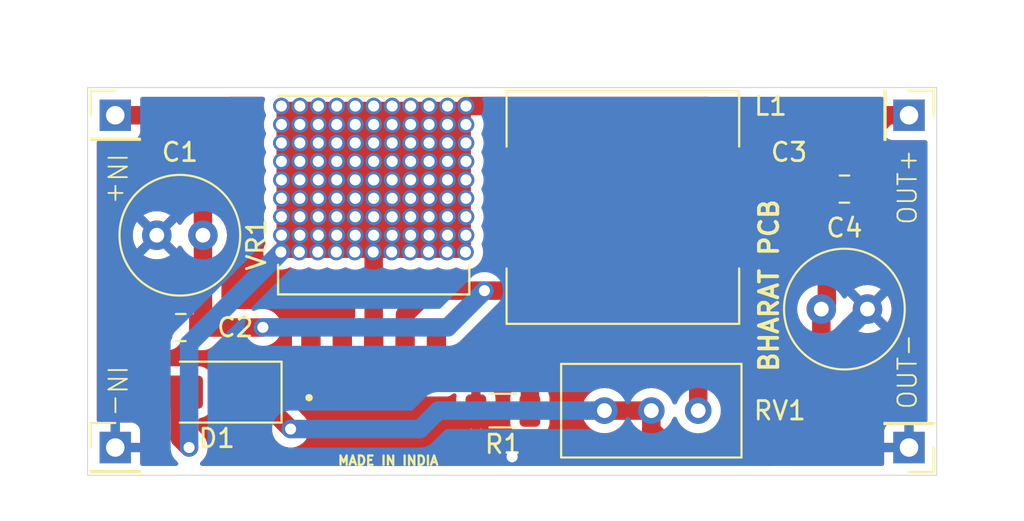
<source format=kicad_pcb>
(kicad_pcb (version 20240108) (generator "pcbnew") (generator_version "8.0")
  (layers (0 "F.Cu" signal) (31 "B.Cu" signal) (34 "B.Paste" user) (35 "F.Paste" user) (36 "B.SilkS" user "B.Silkscreen") (37 "F.SilkS" user "F.Silkscreen") (38 "B.Mask" user) (39 "F.Mask" user) (44 "Edge.Cuts" user))
  (net 0 "")
  (net 1 "GND")
  (net 2 "Net-(J1-Pin_1)")
  (net 3 "Net-(D1-K)")
  (net 4 "Net-(D1-A)")
  (net 5 "Net-(VR1-FB)")
  (footprint "Capacitor_SMD:C_0805_2012Metric" (layer "F.Cu") (at 148 77)
    (property "Reference" "C3" (at -3 -2 0) (layer "F.SilkS"))
    (property "Value" "1uF")
    (fp_line (start -0.261252 -0.735) (end 0.261252 -0.735) (stroke (width 0.12)) (layer "F.SilkS"))
    (fp_line (start -0.261252 0.735) (end 0.261252 0.735) (stroke (width 0.12)) (layer "F.SilkS"))
    (pad "1" smd roundrect (at -0.95 0) (size 1 1.45) (layers "F.Cu" "F.Paste" "F.Mask") (net 3 "Net-(D1-K)"))
    (pad "2" smd roundrect (at 0.95 0) (size 1 1.45) (layers "F.Cu" "F.Paste" "F.Mask") (net 1 "GND"))
  )
  (footprint "Inductor_SMD:L_12x12mm_H8mm" (layer "F.Cu") (at 136 78)
    (property "Reference" "L1" (at 8 -5.5 0) (layer "F.SilkS"))
    (property "Value" "33uH")
    (fp_line (start -6.3 -6.3) (end 6.3 -6.3) (stroke (width 0.12)) (layer "F.SilkS"))
    (fp_line (start -6.3 -3.3) (end -6.3 -6.3) (stroke (width 0.12)) (layer "F.SilkS"))
    (fp_line (start -6.3 6.3) (end -6.3 3.3) (stroke (width 0.12)) (layer "F.SilkS"))
    (fp_line (start 6.3 -6.3) (end 6.3 -3.3) (stroke (width 0.12)) (layer "F.SilkS"))
    (fp_line (start 6.3 3.3) (end 6.3 6.3) (stroke (width 0.12)) (layer "F.SilkS"))
    (fp_line (start 6.3 6.3) (end -6.3 6.3) (stroke (width 0.12)) (layer "F.SilkS"))
    (pad "1" smd rect (at -4.95 0) (size 2.9 5.4) (layers "F.Cu" "F.Paste" "F.Mask") (net 2 "Net-(J1-Pin_1)"))
    (pad "2" smd rect (at 4.95 0) (size 2.9 5.4) (layers "F.Cu" "F.Paste" "F.Mask") (net 4 "Net-(D1-A)"))
  )
  (footprint "Diode_SMD:D_SMA" (layer "F.Cu") (at 114 88 180)
    (property "Reference" "D1" (at 0 -2.5 360) (layer "F.SilkS"))
    (property "Value" "SS34")
    (fp_line (start -3.51 1.65) (end 2 1.65) (stroke (width 0.12)) (layer "F.SilkS"))
    (fp_line (start -3.51 -1.65) (end 2 -1.65) (stroke (width 0.12)) (layer "F.SilkS"))
    (fp_line (start -3.51 -1.65) (end -3.51 1.65) (stroke (width 0.12)) (layer "F.SilkS"))
    (pad "1" smd roundrect (at -2 0 180) (size 2.5 1.8) (layers "F.Cu" "F.Paste" "F.Mask") (roundrect_rratio 0.1388888889) (net 3 "Net-(D1-K)"))
    (pad "2" smd roundrect (at 2 0 180) (size 2.5 1.8) (layers "F.Cu" "F.Paste" "F.Mask") (roundrect_rratio 0.1388888889) (net 4 "Net-(D1-A)"))
  )
  (footprint "Connector_PinHeader_2.54mm:PinHeader_1x01_P2.54mm_Vertical" (layer "F.Cu") (at 108.5 91)
    (property "Reference" "J2" (hide yes))
    (property "Value" "Conn_01x01_Pin")
    (fp_line (start -1.33 -1.33) (end 0 -1.33) (stroke (width 0.12)) (layer "F.SilkS"))
    (fp_line (start -1.33 0) (end -1.33 -1.33) (stroke (width 0.12)) (layer "F.SilkS"))
    (fp_line (start -1.33 1.27) (end -1.33 1.33) (stroke (width 0.12)) (layer "F.SilkS"))
    (fp_line (start -1.33 1.27) (end 1.33 1.27) (stroke (width 0.12)) (layer "F.SilkS"))
    (fp_line (start -1.33 1.33) (end 1.33 1.33) (stroke (width 0.12)) (layer "F.SilkS"))
    (fp_line (start 1.33 1.27) (end 1.33 1.33) (stroke (width 0.12)) (layer "F.SilkS"))
    (pad "1" thru_hole rect (at 0 0) (size 1.7 1.7) (drill 1) (layers "*.Cu" "*.Mask") (net 1 "GND"))
  )
  (footprint "Potentiometer_THT:Potentiometer_Bourns_3296W_Vertical" (layer "F.Cu") (at 140.08 89)
    (property "Reference" "RV1" (at 4.42 0 0) (layer "F.SilkS"))
    (property "Value" "50K")
    (fp_line (start -7.425 -2.53) (end -7.425 2.54) (stroke (width 0.12)) (layer "F.SilkS"))
    (fp_line (start -7.425 -2.53) (end 2.345 -2.53) (stroke (width 0.12)) (layer "F.SilkS"))
    (fp_line (start -7.425 2.54) (end 2.345 2.54) (stroke (width 0.12)) (layer "F.SilkS"))
    (fp_line (start 2.345 -2.53) (end 2.345 2.54) (stroke (width 0.12)) (layer "F.SilkS"))
    (pad "1" thru_hole circle (at 0 0) (size 1.44 1.44) (drill 0.8) (layers "*.Cu" "*.Mask") (net 5 "Net-(VR1-FB)"))
    (pad "2" thru_hole circle (at -2.54 0) (size 1.44 1.44) (drill 0.8) (layers "*.Cu" "*.Mask") (net 3 "Net-(D1-K)"))
    (pad "3" thru_hole circle (at -5.08 0) (size 1.44 1.44) (drill 0.8) (layers "*.Cu" "*.Mask") (net 3 "Net-(D1-K)"))
  )
  (footprint "Resistor_SMD:R_1206_3216Metric" (layer "F.Cu") (at 129.5 89 180)
    (property "Reference" "R1" (at 0 -1.82 360) (layer "F.SilkS"))
    (property "Value" "1K")
    (fp_line (start -0.727064 0.91) (end 0.727064 0.91) (stroke (width 0.12)) (layer "F.SilkS"))
    (fp_line (start -0.727064 -0.91) (end 0.727064 -0.91) (stroke (width 0.12)) (layer "F.SilkS"))
    (pad "1" smd roundrect (at -1.4625 0 180) (size 1.125 1.75) (layers "F.Cu" "F.Paste" "F.Mask") (roundrect_rratio 0.222222) (net 5 "Net-(VR1-FB)"))
    (pad "2" smd roundrect (at 1.4625 0 180) (size 1.125 1.75) (layers "F.Cu" "F.Paste" "F.Mask") (roundrect_rratio 0.222222) (net 1 "GND"))
  )
  (footprint "XL6009:DPAK170P1435X465-6N" (layer "F.Cu") (at 122.5 80 90)
    (property "Reference" "VR1" (at 0 -6.35 90) (layer "F.SilkS"))
    (property "Value" "XL6009")
    (fp_line (start 8.05 -5.18) (end 8.05 5.18) (stroke (width 0.127)) (layer "F.SilkS"))
    (fp_line (start -1.1 -5.18) (end -2.705 -5.18) (stroke (width 0.127)) (layer "F.SilkS"))
    (fp_line (start -2.705 -5.18) (end -2.705 5.18) (stroke (width 0.127)) (layer "F.SilkS"))
    (fp_line (start -1.1 5.18) (end -2.705 5.18) (stroke (width 0.127)) (layer "F.SilkS"))
    (fp_circle (center -8.3 -3.5) (end -8.2 -3.5) (stroke (width 0.2)) (fill none) (layer "F.SilkS"))
    (pad "1" smd rect (at -6.13 -3.4 90) (size 3.21 1.05) (layers "F.Cu" "F.Paste" "F.Mask") (net 1 "GND"))
    (pad "2" smd rect (at -6.13 -1.7 90) (size 3.21 1.05) (layers "F.Cu" "F.Paste" "F.Mask"))
    (pad "3" smd rect (at -6.13 0 90) (size 3.21 1.05) (layers "F.Cu" "F.Paste" "F.Mask") (net 4 "Net-(D1-A)"))
    (pad "4" smd rect (at -6.13 1.7 90) (size 3.21 1.05) (layers "F.Cu" "F.Paste" "F.Mask") (net 2 "Net-(J1-Pin_1)"))
    (pad "5" smd rect (at -6.13 3.4 90) (size 3.21 1.05) (layers "F.Cu" "F.Paste" "F.Mask") (net 5 "Net-(VR1-FB)"))
    (pad "6" smd rect (at 3.5 0 90) (size 8.46 10.53) (layers "F.Cu" "F.Mask") (net 4 "Net-(D1-A)"))
  )
  (footprint "Connector_PinHeader_2.54mm:PinHeader_1x01_P2.54mm_Vertical" (layer "F.Cu") (at 108.5 73)
    (property "Reference" "J1" (hide yes))
    (property "Value" "Conn_01x01_Pin")
    (fp_line (start -1.33 -1.33) (end 0 -1.33) (stroke (width 0.12)) (layer "F.SilkS"))
    (fp_line (start -1.33 0) (end -1.33 -1.33) (stroke (width 0.12)) (layer "F.SilkS"))
    (fp_line (start -1.33 1.27) (end -1.33 1.33) (stroke (width 0.12)) (layer "F.SilkS"))
    (fp_line (start -1.33 1.27) (end 1.33 1.27) (stroke (width 0.12)) (layer "F.SilkS"))
    (fp_line (start -1.33 1.33) (end 1.33 1.33) (stroke (width 0.12)) (layer "F.SilkS"))
    (fp_line (start 1.33 1.27) (end 1.33 1.33) (stroke (width 0.12)) (layer "F.SilkS"))
    (pad "1" thru_hole rect (at 0 0) (size 1.7 1.7) (drill 1) (layers "*.Cu" "*.Mask") (net 2 "Net-(J1-Pin_1)"))
  )
  (footprint "Capacitor_SMD:C_0805_2012Metric" (layer "F.Cu") (at 112.05 84.5 180)
    (property "Reference" "C2" (at -2.95 0 360) (layer "F.SilkS"))
    (property "Value" "1uF")
    (fp_line (start -0.261252 0.735) (end 0.261252 0.735) (stroke (width 0.12)) (layer "F.SilkS"))
    (fp_line (start -0.261252 -0.735) (end 0.261252 -0.735) (stroke (width 0.12)) (layer "F.SilkS"))
    (pad "1" smd roundrect (at -0.95 0 180) (size 1 1.45) (layers "F.Cu" "F.Paste" "F.Mask") (net 2 "Net-(J1-Pin_1)"))
    (pad "2" smd roundrect (at 0.95 0 180) (size 1 1.45) (layers "F.Cu" "F.Paste" "F.Mask") (net 1 "GND"))
  )
  (footprint "Connector_PinHeader_2.54mm:PinHeader_1x01_P2.54mm_Vertical" (layer "F.Cu") (at 151.5 73 -90)
    (property "Reference" "J4" (hide yes))
    (property "Value" "Conn_01x01_Pin")
    (fp_line (start -1.33 1.33) (end 1.33 1.33) (stroke (width 0.12)) (layer "F.SilkS"))
    (fp_line (start -1.33 1.27) (end -1.33 1.33) (stroke (width 0.12)) (layer "F.SilkS"))
    (fp_line (start -1.33 1.27) (end 1.33 1.27) (stroke (width 0.12)) (layer "F.SilkS"))
    (fp_line (start 1.33 1.27) (end 1.33 1.33) (stroke (width 0.12)) (layer "F.SilkS"))
    (fp_line (start -1.33 0) (end -1.33 -1.33) (stroke (width 0.12)) (layer "F.SilkS"))
    (fp_line (start -1.33 -1.33) (end 0 -1.33) (stroke (width 0.12)) (layer "F.SilkS"))
    (pad "1" thru_hole rect (at 0 0 270) (size 1.7 1.7) (drill 1) (layers "*.Cu" "*.Mask") (net 3 "Net-(D1-K)"))
  )
  (footprint "Capacitor_THT:C_Radial_D6.3mm_H11.0mm_P2.50mm" (layer "F.Cu") (at 146.75 83.5)
    (property "Reference" "C4" (at 1.25 -4.4 0) (layer "F.SilkS"))
    (property "Value" "220uF/50V")
    (fp_circle (center 1.25 0) (end 4.52 0) (stroke (width 0.12)) (fill none) (layer "F.SilkS"))
    (pad "1" thru_hole circle (at 0 0) (size 1.6 1.6) (drill 0.8) (layers "*.Cu" "*.Mask") (net 3 "Net-(D1-K)"))
    (pad "2" thru_hole circle (at 2.5 0) (size 1.6 1.6) (drill 0.8) (layers "*.Cu" "*.Mask") (net 1 "GND"))
  )
  (footprint "Capacitor_THT:C_Radial_D6.3mm_H11.0mm_P2.50mm" (layer "F.Cu") (at 113.25 79.5 180)
    (property "Reference" "C1" (at 1.25 4.5 360) (layer "F.SilkS"))
    (property "Value" "47uF/50V")
    (fp_circle (center 1.25 0) (end 4.52 0) (stroke (width 0.12)) (fill none) (layer "F.SilkS"))
    (pad "1" thru_hole circle (at 0 0 180) (size 1.6 1.6) (drill 0.8) (layers "*.Cu" "*.Mask") (net 2 "Net-(J1-Pin_1)"))
    (pad "2" thru_hole circle (at 2.5 0 180) (size 1.6 1.6) (drill 0.8) (layers "*.Cu" "*.Mask") (net 1 "GND"))
  )
  (footprint "Connector_PinHeader_2.54mm:PinHeader_1x01_P2.54mm_Vertical" (layer "F.Cu") (at 151.5 91 180)
    (property "Reference" "J3" (hide yes))
    (property "Value" "Conn_01x01_Pin")
    (fp_line (start 1.33 1.27) (end 1.33 1.33) (stroke (width 0.12)) (layer "F.SilkS"))
    (fp_line (start -1.33 1.33) (end 1.33 1.33) (stroke (width 0.12)) (layer "F.SilkS"))
    (fp_line (start -1.33 1.27) (end 1.33 1.27) (stroke (width 0.12)) (layer "F.SilkS"))
    (fp_line (start -1.33 1.27) (end -1.33 1.33) (stroke (width 0.12)) (layer "F.SilkS"))
    (fp_line (start -1.33 0) (end -1.33 -1.33) (stroke (width 0.12)) (layer "F.SilkS"))
    (fp_line (start -1.33 -1.33) (end 0 -1.33) (stroke (width 0.12)) (layer "F.SilkS"))
    (pad "1" thru_hole rect (at 0 0 180) (size 1.7 1.7) (drill 1) (layers "*.Cu" "*.Mask") (net 1 "GND"))
  )
  (gr_rect (start 107 71.5) (end 153 92.5) (stroke (width 0.05)) (fill none) (layer "Edge.Cuts"))
  (gr_text "MADE IN INDIA" (at 120.5 92 0) (layer "F.SilkS") (effects (font (size 0.5 0.5) (thickness 0.125) (bold yes)) (justify left bottom)))
  (gr_text "BHARAT PCB" (at 144.5 87 90) (layer "F.SilkS") (effects (font (size 1 1) (thickness 0.2) (bold yes)) (justify left bottom)))
  (gr_text "IN+" (at 108 75 -90) (layer "F.SilkS") (effects (font (size 1 1) (thickness 0.1)) (justify left bottom)))
  (gr_text "OUT+" (at 152 79 90) (layer "F.SilkS") (effects (font (size 1 1) (thickness 0.1)) (justify left bottom)))
  (gr_text "OUT-" (at 152 89 90) (layer "F.SilkS") (effects (font (size 1 1) (thickness 0.1)) (justify left bottom)))
  (gr_text "IN-" (at 108 86.5 -90) (layer "F.SilkS") (effects (font (size 1 1) (thickness 0.1)) (justify left bottom)))
  (segment (start 119.1 86.13) (end 119.1 88.735) (width 1) (layer "F.Cu") (net 1))
  (segment (start 127.0375 90) (end 128.0375 89) (width 1) (layer "F.Cu") (net 1))
  (segment (start 128.0375 89) (end 130 90.9625) (width 1) (layer "F.Cu") (net 1))
  (segment (start 120.365 90) (end 127.0375 90) (width 1) (layer "F.Cu") (net 1))
  (segment (start 130 90.9625) (end 130 91.5) (width 1) (layer "F.Cu") (net 1))
  (segment (start 119.1 88.735) (end 120.365 90) (width 1) (layer "F.Cu") (net 1))
  (via (at 130 91.5) (size 0.9) (drill 0.6) (layers "F.Cu" "B.Cu") (net 1))
  (segment (start 149.25 83.5) (end 141.25 91.5) (width 1) (layer "B.Cu") (net 1))
  (segment (start 141.25 91.5) (end 130 91.5) (width 1) (layer "B.Cu") (net 1))
  (segment (start 124.2 86.13) (end 124.2 83.8) (width 1) (layer "F.Cu") (net 2))
  (segment (start 114 73) (end 114.5 73.5) (width 1) (layer "F.Cu") (net 2))
  (segment (start 125.5 82.5) (end 128.5 82.5) (width 1) (layer "F.Cu") (net 2))
  (segment (start 113 84.5) (end 116.5 84.5) (width 1) (layer "F.Cu") (net 2))
  (segment (start 108.5 73) (end 114 73) (width 1) (layer "F.Cu") (net 2))
  (segment (start 113.25 79.5) (end 113.25 84.25) (width 1) (layer "F.Cu") (net 2))
  (segment (start 113.25 74.75) (end 113.25 79.5) (width 1) (layer "F.Cu") (net 2))
  (segment (start 131.05 81.45) (end 131.05 78) (width 1) (layer "F.Cu") (net 2))
  (segment (start 128.5 82.5) (end 130 82.5) (width 1) (layer "F.Cu") (net 2))
  (segment (start 114.5 73.5) (end 113.25 74.75) (width 1) (layer "F.Cu") (net 2))
  (segment (start 124.2 83.8) (end 125.5 82.5) (width 1) (layer "F.Cu") (net 2))
  (segment (start 113.25 84.25) (end 113 84.5) (width 1) (layer "F.Cu") (net 2))
  (segment (start 130 82.5) (end 131.05 81.45) (width 1) (layer "F.Cu") (net 2))
  (via (at 116.497165 84.489478) (size 0.9) (drill 0.6) (layers "F.Cu" "B.Cu") (net 2))
  (via (at 128.5 82.5) (size 0.9) (drill 0.6) (layers "F.Cu" "B.Cu") (net 2))
  (segment (start 126.510522 84.489478) (end 128.5 82.5) (width 1) (layer "B.Cu") (net 2))
  (segment (start 116.497165 84.489478) (end 126.510522 84.489478) (width 1) (layer "B.Cu") (net 2))
  (segment (start 146.75 87.25) (end 146.75 83.5) (width 1) (layer "F.Cu") (net 3))
  (segment (start 139 91.5) (end 144 91.5) (width 1) (layer "F.Cu") (net 3))
  (segment (start 137.54 89) (end 135 89) (width 1) (layer "F.Cu") (net 3))
  (segment (start 147.05 83.2) (end 146.75 83.5) (width 1) (layer "F.Cu") (net 3))
  (segment (start 145.5 88.5) (end 146.75 87.25) (width 1) (layer "F.Cu") (net 3))
  (segment (start 144 91.5) (end 145.5 90) (width 1) (layer "F.Cu") (net 3))
  (segment (start 137.54 90.04) (end 139 91.5) (width 1) (layer "F.Cu") (net 3))
  (segment (start 118 90) (end 116 88) (width 1) (layer "F.Cu") (net 3))
  (segment (start 137.54 89) (end 137.54 90.04) (width 1) (layer "F.Cu") (net 3))
  (segment (start 145.5 90) (end 145.5 88.5) (width 1) (layer "F.Cu") (net 3))
  (segment (start 147.05 77) (end 147.05 76.275) (width 1) (layer "F.Cu") (net 3))
  (segment (start 147.05 76.275) (end 150.325 73) (width 1) (layer "F.Cu") (net 3))
  (segment (start 150.325 73) (end 151.5 73) (width 1) (layer "F.Cu") (net 3))
  (segment (start 147.05 77) (end 147.05 83.2) (width 1) (layer "F.Cu") (net 3))
  (via (at 118 90) (size 0.9) (drill 0.6) (layers "F.Cu" "B.Cu") (net 3))
  (segment (start 126 89) (end 135 89) (width 1) (layer "B.Cu") (net 3))
  (segment (start 118 90) (end 125 90) (width 1) (layer "B.Cu") (net 3))
  (segment (start 125 90) (end 126 89) (width 1) (layer "B.Cu") (net 3))
  (segment (start 140.5 72.5) (end 127.5 72.5) (width 1) (layer "F.Cu") (net 4))
  (segment (start 112 88) (end 112 90.5) (width 1) (layer "F.Cu") (net 4))
  (segment (start 140.95 78) (end 140.95 72.95) (width 1) (layer "F.Cu") (net 4))
  (segment (start 122.5 86.13) (end 122.5 76.5) (width 1) (layer "F.Cu") (net 4))
  (segment (start 112 90.5) (end 112.5 91) (width 1) (layer "F.Cu") (net 4))
  (segment (start 140.95 72.95) (end 140.5 72.5) (width 1) (layer "F.Cu") (net 4))
  (via (at 120.5 76.5) (size 0.9) (drill 0.6) (layers "F.Cu" "B.Cu") (net 4))
  (via (at 124.5 76.5) (size 0.9) (drill 0.6) (layers "F.Cu" "B.Cu") (net 4))
  (via (at 125.5 77.5) (size 0.9) (drill 0.6) (layers "F.Cu" "B.Cu") (net 4))
  (via (at 118.5 79.5) (size 0.9) (drill 0.6) (layers "F.Cu" "B.Cu") (net 4))
  (via (at 122.5 73.5) (size 0.9) (drill 0.6) (layers "F.Cu" "B.Cu") (net 4))
  (via (at 119.5 72.5) (size 0.9) (drill 0.6) (layers "F.Cu" "B.Cu") (net 4))
  (via (at 126.5 72.5) (size 0.9) (drill 0.6) (layers "F.Cu" "B.Cu") (net 4))
  (via (at 117.5 76.5) (size 0.9) (drill 0.6) (layers "F.Cu" "B.Cu") (net 4))
  (via (at 124.5 73.5) (size 0.9) (drill 0.6) (layers "F.Cu" "B.Cu") (net 4))
  (via (at 117.5 78.5) (size 0.9) (drill 0.6) (layers "F.Cu" "B.Cu") (net 4))
  (via (at 123.5 72.5) (size 0.9) (drill 0.6) (layers "F.Cu" "B.Cu") (net 4))
  (via (at 124.5 74.5) (size 0.9) (drill 0.6) (layers "F.Cu" "B.Cu") (net 4))
  (via (at 122.5 75.5) (size 0.9) (drill 0.6) (layers "F.Cu" "B.Cu") (net 4))
  (via (at 123.5 75.5) (size 0.9) (drill 0.6) (layers "F.Cu" "B.Cu") (net 4))
  (via (at 126.5 78.5) (size 0.9) (drill 0.6) (layers "F.Cu" "B.Cu") (net 4))
  (via (at 117.5 75.5) (size 0.9) (drill 0.6) (layers "F.Cu" "B.Cu") (net 4))
  (via (at 121.473138 80.409558) (size 0.9) (drill 0.6) (layers "F.Cu" "B.Cu") (net 4))
  (via (at 126.5 76.5) (size 0.9) (drill 0.6) (layers "F.Cu" "B.Cu") (net 4))
  (via (at 119.5 77.5) (size 0.9) (drill 0.6) (layers "F.Cu" "B.Cu") (net 4))
  (via (at 124.5 77.5) (size 0.9) (drill 0.6) (layers "F.Cu" "B.Cu") (net 4))
  (via (at 127.473138 80.409558) (size 0.9) (drill 0.6) (layers "F.Cu" "B.Cu") (net 4))
  (via (at 118.5 77.5) (size 0.9) (drill 0.6) (layers "F.Cu" "B.Cu") (net 4))
  (via (at 127.5 76.5) (size 0.9) (drill 0.6) (layers "F.Cu" "B.Cu") (net 4))
  (via (at 117.5 79.5) (size 0.9) (drill 0.6) (layers "F.Cu" "B.Cu") (net 4))
  (via (at 122.5 78.5) (size 0.9) (drill 0.6) (layers "F.Cu" "B.Cu") (net 4))
  (via (at 127.5 78.5) (size 0.9) (drill 0.6) (layers "F.Cu" "B.Cu") (net 4))
  (via (at 121.5 72.5) (size 0.9) (drill 0.6) (layers "F.Cu" "B.Cu") (net 4))
  (via (at 127.5 73.5) (size 0.9) (drill 0.6) (layers "F.Cu" "B.Cu") (net 4))
  (via (at 120.473138 80.409558) (size 0.9) (drill 0.6) (layers "F.Cu" "B.Cu") (net 4))
  (via (at 126.5 77.5) (size 0.9) (drill 0.6) (layers "F.Cu" "B.Cu") (net 4))
  (via (at 126.5 74.5) (size 0.9) (drill 0.6) (layers "F.Cu" "B.Cu") (net 4))
  (via (at 125.5 72.5) (size 0.9) (drill 0.6) (layers "F.Cu" "B.Cu") (net 4))
  (via (at 126.5 75.5) (size 0.9) (drill 0.6) (layers "F.Cu" "B.Cu") (net 4))
  (via (at 125.5 76.5) (size 0.9) (drill 0.6) (layers "F.Cu" "B.Cu") (net 4))
  (via (at 118.5 72.5) (size 0.9) (drill 0.6) (layers "F.Cu" "B.Cu") (net 4))
  (via (at 117.5 72.5) (size 0.9) (drill 0.6) (layers "F.Cu" "B.Cu") (net 4))
  (via (at 121.5 79.5) (size 0.9) (drill 0.6) (layers "F.Cu" "B.Cu") (net 4))
  (via (at 124.5 78.5) (size 0.9) (drill 0.6) (layers "F.Cu" "B.Cu") (net 4))
  (via (at 118.5 78.5) (size 0.9) (drill 0.6) (layers "F.Cu" "B.Cu") (net 4))
  (via (at 118.5 73.5) (size 0.9) (drill 0.6) (layers "F.Cu" "B.Cu") (net 4))
  (via (at 127.5 79.5) (size 0.9) (drill 0.6) (layers "F.Cu" "B.Cu") (net 4))
  (via (at 127.5 72.5) (size 0.9) (drill 0.6) (layers "F.Cu" "B.Cu") (net 4))
  (via (at 124.5 75.5) (size 0.9) (drill 0.6) (layers "F.Cu" "B.Cu") (net 4))
  (via (at 118.5 74.5) (size 0.9) (drill 0.6) (layers "F.Cu" "B.Cu") (net 4))
  (via (at 124.5 79.5) (size 0.9) (drill 0.6) (layers "F.Cu" "B.Cu") (net 4))
  (via (at 117.5 73.5) (size 0.9) (drill 0.6) (layers "F.Cu" "B.Cu") (net 4))
  (via (at 112.5 91) (size 0.9) (drill 0.6) (layers "F.Cu" "B.Cu") (net 4))
  (via (at 120.5 74.5) (size 0.9) (drill 0.6) (layers "F.Cu" "B.Cu") (net 4))
  (via (at 120.5 73.5) (size 0.9) (drill 0.6) (layers "F.Cu" "B.Cu") (net 4))
  (via (at 121.5 75.5) (size 0.9) (drill 0.6) (layers "F.Cu" "B.Cu") (net 4))
  (via (at 117.473138 80.409558) (size 0.9) (drill 0.6) (layers "F.Cu" "B.Cu") (net 4))
  (via (at 123.473138 80.409558) (size 0.9) (drill 0.6) (layers "F.Cu" "B.Cu") (net 4))
  (via (at 122.5 77.5) (size 0.9) (drill 0.6) (layers "F.Cu" "B.Cu") (net 4))
  (via (at 125.5 79.5) (size 0.9) (drill 0.6) (layers "F.Cu" "B.Cu") (net 4))
  (via (at 121.5 74.5) (size 0.9) (drill 0.6) (layers "F.Cu" "B.Cu") (net 4))
  (via (at 125.5 75.5) (size 0.9) (drill 0.6) (layers "F.Cu" "B.Cu") (net 4))
  (via (at 121.5 76.5) (size 0.9) (drill 0.6) (layers "F.Cu" "B.Cu") (net 4))
  (via (at 121.5 73.5) (size 0.9) (drill 0.6) (layers "F.Cu" "B.Cu") (net 4))
  (via (at 122.473138 80.409558) (size 0.9) (drill 0.6) (layers "F.Cu" "B.Cu") (net 4))
  (via (at 117.5 77.5) (size 0.9) (drill 0.6) (layers "F.Cu" "B.Cu") (net 4))
  (via (at 123.5 79.5) (size 0.9) (drill 0.6) (layers "F.Cu" "B.Cu") (net 4))
  (via (at 126.5 79.5) (size 0.9) (drill 0.6) (layers "F.Cu" "B.Cu") (net 4))
  (via (at 120.5 77.5) (size 0.9) (drill 0.6) (layers "F.Cu" "B.Cu") (net 4))
  (via (at 121.5 78.5) (size 0.9) (drill 0.6) (layers "F.Cu" "B.Cu") (net 4))
  (via (at 119.5 74.5) (size 0.9) (drill 0.6) (layers "F.Cu" "B.Cu") (net 4))
  (via (at 125.5 74.5) (size 0.9) (drill 0.6) (layers "F.Cu" "B.Cu") (net 4))
  (via (at 126.473138 80.409558) (size 0.9) (drill 0.6) (layers "F.Cu" "B.Cu") (net 4))
  (via (at 120.5 79.5) (size 0.9) (drill 0.6) (layers "F.Cu" "B.Cu") (net 4))
  (via (at 118.5 75.5) (size 0.9) (drill 0.6) (layers "F.Cu" "B.Cu") (net 4))
  (via (at 119.5 78.5) (size 0.9) (drill 0.6) (layers "F.Cu" "B.Cu") (net 4))
  (via (at 122.5 74.5) (size 0.9) (drill 0.6) (layers "F.Cu" "B.Cu") (net 4))
  (via (at 122.5 76.5) (size 0.9) (drill 0.6) (layers "F.Cu" "B.Cu") (net 4))
  (via (at 126.5 73.5) (size 0.9) (drill 0.6) (layers "F.Cu" "B.Cu") (net 4))
  (via (at 120.5 78.5) (size 0.9) (drill 0.6) (layers "F.Cu" "B.Cu") (net 4))
  (via (at 121.5 77.5) (size 0.9) (drill 0.6) (layers "F.Cu" "B.Cu") (net 4))
  (via (at 127.5 77.5) (size 0.9) (drill 0.6) (layers "F.Cu" "B.Cu") (net 4))
  (via (at 124.473138 80.409558) (size 0.9) (drill 0.6) (layers "F.Cu" "B.Cu") (net 4))
  (via (at 118.473138 80.409558) (size 0.9) (drill 0.6) (layers "F.Cu" "B.Cu") (net 4))
  (via (at 122.5 79.5) (size 0.9) (drill 0.6) (layers "F.Cu" "B.Cu") (net 4))
  (via (at 119.473138 80.409558) (size 0.9) (drill 0.6) (layers "F.Cu" "B.Cu") (net 4))
  (via (at 125.5 73.5) (size 0.9) (drill 0.6) (layers "F.Cu" "B.Cu") (net 4))
  (via (at 122.5 76.5) (size 0.6) (drill 0.3) (layers "F.Cu" "B.Cu") (net 4))
  (via (at 120.5 72.5) (size 0.9) (drill 0.6) (layers "F.Cu" "B.Cu") (net 4))
  (via (at 119.5 73.5) (size 0.9) (drill 0.6) (layers "F.Cu" "B.Cu") (net 4))
  (via (at 119.5 76.5) (size 0.9) (drill 0.6) (layers "F.Cu" "B.Cu") (net 4))
  (via (at 118.5 76.5) (size 0.9) (drill 0.6) (layers "F.Cu" "B.Cu") (net 4))
  (via (at 123.5 76.5) (size 0.9) (drill 0.6) (layers "F.Cu" "B.Cu") (net 4))
  (via (at 123.5 78.5) (size 0.9) (drill 0.6) (layers "F.Cu" "B.Cu") (net 4))
  (via (at 127.5 74.5) (size 0.9) (drill 0.6) (layers "F.Cu" "B.Cu") (net 4))
  (via (at 119.5 79.5) (size 0.9) (drill 0.6) (layers "F.Cu" "B.Cu") (net 4))
  (via (at 117.5 74.5) (size 0.9) (drill 0.6) (layers "F.Cu" "B.Cu") (net 4))
  (via (at 122.5 76.5) (size 0.9) (drill 0.6) (layers "F.Cu" "B.Cu") (net 4))
  (via (at 125.473138 80.409558) (size 0.9) (drill 0.6) (layers "F.Cu" "B.Cu") (net 4))
  (via (at 124.5 72.5) (size 0.9) (drill 0.6) (layers "F.Cu" "B.Cu") (net 4))
  (via (at 127.5 75.5) (size 0.9) (drill 0.6) (layers "F.Cu" "B.Cu") (net 4))
  (via (at 120.5 75.5) (size 0.9) (drill 0.6) (layers "F.Cu" "B.Cu") (net 4))
  (via (at 122.5 72.5) (size 0.9) (drill 0.6) (layers "F.Cu" "B.Cu") (net 4))
  (via (at 123.5 73.5) (size 0.9) (drill 0.6) (layers "F.Cu" "B.Cu") (net 4))
  (via (at 123.5 77.5) (size 0.9) (drill 0.6) (layers "F.Cu" "B.Cu") (net 4))
  (via (at 125.5 78.5) (size 0.9) (drill 0.6) (layers "F.Cu" "B.Cu") (net 4))
  (via (at 123.5 74.5) (size 0.9) (drill 0.6) (layers "F.Cu" "B.Cu") (net 4))
  (via (at 119.5 75.5) (size 0.9) (drill 0.6) (layers "F.Cu" "B.Cu") (net 4))
  (segment (start 117.473138 80.409558) (end 112.5 85.382696) (width 1) (layer "B.Cu") (net 4))
  (segment (start 112.5 85.382696) (end 112.5 91) (width 1) (layer "B.Cu") (net 4))
  (segment (start 130 86) (end 131 87) (width 1) (layer "F.Cu") (net 5))
  (segment (start 131 87) (end 130.9625 87.0375) (width 1) (layer "F.Cu") (net 5))
  (segment (start 125.9 86.13) (end 129.87 86.13) (width 1) (layer "F.Cu") (net 5))
  (segment (start 129.87 86.13) (end 130 86) (width 1) (layer "F.Cu") (net 5))
  (segment (start 140.08 89) (end 140.08 87.58) (width 1) (layer "F.Cu") (net 5))
  (segment (start 138.5 86) (end 130 86) (width 1) (layer "F.Cu") (net 5))
  (segment (start 140.08 87.58) (end 138.5 86) (width 1) (layer "F.Cu") (net 5))
  (segment (start 130.9625 87.0375) (end 130.9625 89) (width 1) (layer "F.Cu") (net 5))
  (zone (net 1) (net_name "GND") (layers "F&B.Cu") (connect_pads (clearance 0.5)) (min_thickness 0.25) (fill yes (thermal_gap 0.5) (thermal_bridge_width 0.5))
    (polygon (pts (xy 105 70) (xy 155 70) (xy 155 95) (xy 105 95)))
  )
)
</source>
